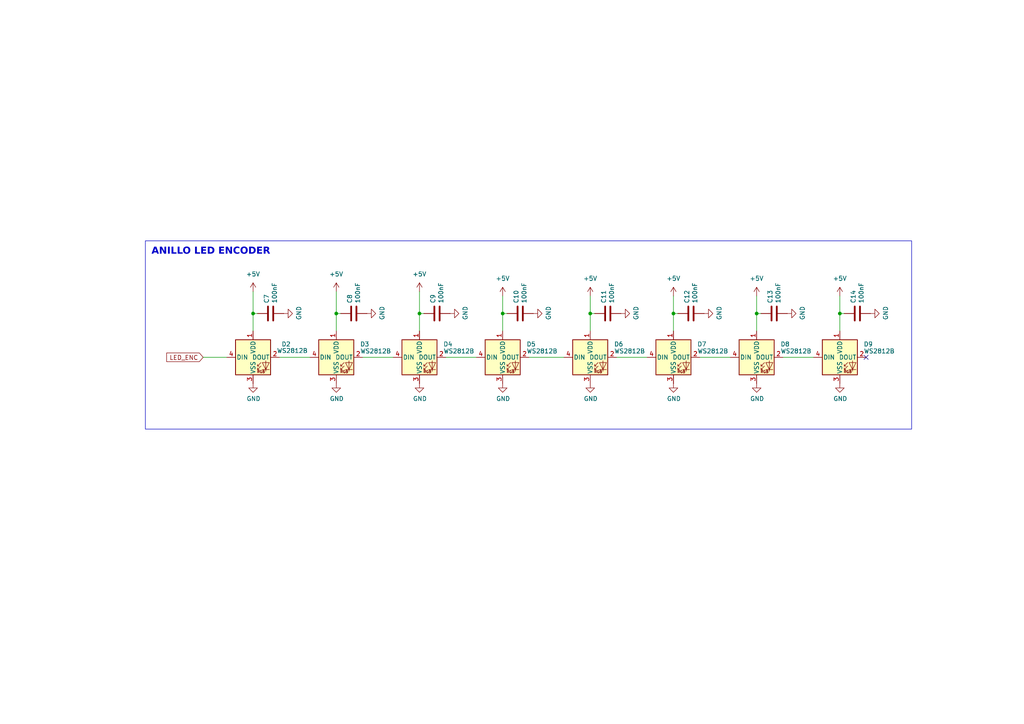
<source format=kicad_sch>
(kicad_sch (version 20230121) (generator eeschema)
  (paper "A4")
  (title_block (title "HOT-PLATE") (rev "1"))
  (lib_symbols
    (symbol "Device:C" (pin_numbers hide) (pin_names (offset 0.254))
      (property "Reference" "C" (at 0.635 2.54 0))
      (property "Value" "C" (at 0.635 -2.54 0))
      (symbol "C_0_1"
        (polyline (pts (xy -2.032 -0.762) (xy 2.032 -0.762)) (stroke (width 0.508)))
        (polyline (pts (xy -2.032 0.762) (xy 2.032 0.762)) (stroke (width 0.508)))
      )
      (symbol "C_1_1"
        (pin passive line (at 0 3.81 270) (length 2.794) (name "~") (number "1"))
        (pin passive line (at 0 -3.81 90) (length 2.794) (name "~") (number "2"))
      )
    )
    (symbol "LED:WS2812B" (pin_names (offset 0.254))
      (property "Reference" "D" (at 5.08 5.715 0))
      (property "Value" "WS2812B" (at 1.27 -5.715 0))
      (symbol "WS2812B_0_0"
        (text "RGB" (at 2.286 -4.191 0) (effects (font (size 0.762 0.762))))
      )
      (symbol "WS2812B_0_1"
        (polyline (pts (xy 1.27 -3.556) (xy 1.778 -3.556)))
        (polyline (pts (xy 1.27 -2.54) (xy 1.778 -2.54)))
        (polyline (pts (xy 4.699 -3.556) (xy 2.667 -3.556)))
        (polyline (pts (xy 2.286 -2.54) (xy 1.27 -3.556) (xy 1.27 -3.048)))
        (polyline (pts (xy 2.286 -1.524) (xy 1.27 -2.54) (xy 1.27 -2.032)))
        (polyline (pts (xy 3.683 -1.016) (xy 3.683 -3.556) (xy 3.683 -4.064)))
        (polyline (pts (xy 4.699 -1.524) (xy 2.667 -1.524) (xy 3.683 -3.556) (xy 4.699 -1.524)))
        (rectangle (start 5.08 5.08) (end -5.08 -5.08) (stroke (width 0.254)) (fill (type background)))
      )
      (symbol "WS2812B_1_1"
        (pin power_in line (at 0 7.62 270) (length 2.54) (name "VDD") (number "1"))
        (pin output line (at 7.62 0 180) (length 2.54) (name "DOUT") (number "2"))
        (pin power_in line (at 0 -7.62 90) (length 2.54) (name "VSS") (number "3"))
        (pin input line (at -7.62 0 0) (length 2.54) (name "DIN") (number "4"))
      )
    )
    (symbol "power:+5V" (power) (pin_names (offset 0))
      (property "Value" "+5V" (at 0 3.556 0))
      (symbol "+5V_0_1"
        (polyline (pts (xy -0.762 1.27) (xy 0 2.54)))
        (polyline (pts (xy 0 0) (xy 0 2.54)))
        (polyline (pts (xy 0 2.54) (xy 0.762 1.27)))
      )
      (symbol "+5V_1_1"
        (pin power_in line (at 0 0 90) (length 0) hide (name "+5V") (number "1"))
      )
    )
    (symbol "power:GND" (power) (pin_names (offset 0))
      (property "Value" "GND" (at 0 -3.81 0))
      (symbol "GND_0_1"
        (polyline (pts (xy 0 0) (xy 0 -1.27) (xy 1.27 -1.27) (xy 0 -2.54) (xy -1.27 -1.27) (xy 0 -1.27)))
      )
      (symbol "GND_1_1"
        (pin power_in line (at 0 0 270) (length 0) hide (name "GND") (number "1"))
      )
    )
  )
  (junction (at 121.666 90.932))
  (junction (at 145.796 90.932))
  (junction (at 195.326 90.932))
  (junction (at 73.406 90.932))
  (junction (at 97.536 90.932))
  (junction (at 243.586 90.932))
  (junction (at 219.456 90.932))
  (junction (at 171.196 90.932))
  (no_connect (at 251.206 103.632))
  (wire (pts (xy 145.796 96.012) (xy 145.796 90.932)))
  (wire (pts (xy 73.406 96.012) (xy 73.406 90.932)))
  (wire (pts (xy 129.286 103.632) (xy 138.176 103.632)))
  (wire (pts (xy 121.666 96.012) (xy 121.666 90.932)))
  (wire (pts (xy 243.586 96.012) (xy 243.586 90.932)))
  (wire (pts (xy 58.928 103.632) (xy 65.786 103.632)))
  (wire (pts (xy 171.196 90.932) (xy 172.466 90.932)))
  (wire (pts (xy 97.536 84.582) (xy 97.536 90.932)))
  (wire (pts (xy 81.026 103.632) (xy 89.916 103.632)))
  (wire (pts (xy 153.416 103.632) (xy 163.576 103.632)))
  (wire (pts (xy 195.326 96.012) (xy 195.326 90.932)))
  (wire (pts (xy 195.326 90.932) (xy 196.596 90.932)))
  (wire (pts (xy 219.456 85.852) (xy 219.456 90.932)))
  (wire (pts (xy 171.196 96.012) (xy 171.196 90.932)))
  (wire (pts (xy 145.796 85.852) (xy 145.796 90.932)))
  (wire (pts (xy 243.586 85.852) (xy 243.586 90.932)))
  (wire (pts (xy 227.076 103.632) (xy 235.966 103.632)))
  (wire (pts (xy 219.456 96.012) (xy 219.456 90.932)))
  (wire (pts (xy 105.156 103.632) (xy 114.046 103.632)))
  (wire (pts (xy 202.946 103.632) (xy 211.836 103.632)))
  (wire (pts (xy 243.586 90.932) (xy 244.856 90.932)))
  (wire (pts (xy 97.536 96.012) (xy 97.536 90.932)))
  (wire (pts (xy 195.326 85.852) (xy 195.326 90.932)))
  (wire (pts (xy 145.796 90.932) (xy 147.066 90.932)))
  (wire (pts (xy 97.536 90.932) (xy 98.806 90.932)))
  (wire (pts (xy 73.406 84.582) (xy 73.406 90.932)))
  (wire (pts (xy 121.666 90.932) (xy 122.936 90.932)))
  (wire (pts (xy 171.196 85.852) (xy 171.196 90.932)))
  (wire (pts (xy 178.816 103.632) (xy 187.706 103.632)))
  (wire (pts (xy 73.406 90.932) (xy 74.676 90.932)))
  (wire (pts (xy 121.666 84.582) (xy 121.666 90.932)))
  (wire (pts (xy 219.456 90.932) (xy 220.726 90.932)))
  (rectangle (start 42.164 69.85) (end 264.414 124.46))
  (text "ANILLO LED ENCODER\n" (at 43.942 74.676 0) (effects (font (size 2 2) (thickness 0.4) bold) (justify left bottom)))
  (global_label "LED_ENC" (shape input) (at 58.928 103.632 180) (property "Intersheetrefs" "${INTERSHEET_REFS}" (effects hide)))
  (symbol (lib_id "power:GND") (at 228.346 90.932 90) (unit 1)
    (property "Reference" "#PWR0165" (effects hide))
    (property "Value" "GND" (at 232.7402 90.805 0))
    (instances (project "Hot-Plate-DV2819" (path "" (reference "#PWR0165") (unit 1))) (project "Hot_plate" (path "" (reference "#PWR066") (unit 1)) (path "" (reference "#PWR059") (unit 1))))
  )
  (symbol (lib_id "power:+5V") (at 73.406 84.582 0) (unit 1)
    (property "Reference" "#PWR0147" (effects hide))
    (property "Value" "+5V" (at 73.406 79.502 0))
    (instances (project "Hot-Plate-DV2819" (path "" (reference "#PWR0147") (unit 1))) (project "Hot_plate" (path "" (reference "#PWR038") (unit 1)) (path "" (reference "#PWR038") (unit 1))))
  )
  (symbol (lib_id "power:GND") (at 219.456 111.252 0) (unit 1)
    (property "Reference" "#PWR0170" (effects hide))
    (property "Value" "GND" (at 219.583 115.6462 0))
    (instances (project "Hot-Plate-DV2819" (path "" (reference "#PWR0170") (unit 1))) (project "Hot_plate" (path "" (reference "#PWR065") (unit 1)) (path "" (reference "#PWR068") (unit 1))))
  )
  (symbol (lib_id "power:GND") (at 130.556 90.932 90) (unit 1)
    (property "Reference" "#PWR0138" (effects hide))
    (property "Value" "GND" (at 134.9502 90.805 0))
    (instances (project "Hot-Plate-DV2819" (path "" (reference "#PWR0138") (unit 1))) (project "Hot_plate" (path "" (reference "#PWR046") (unit 1)) (path "" (reference "#PWR052") (unit 1))))
  )
  (symbol (lib_id "LED:WS2812B") (at 195.326 103.632 0) (unit 1)
    (property "Reference" "D7" (at 203.581 99.822 0))
    (property "Value" "WS2812B" (at 206.756 101.8413 0))
    (property "Footprint" "LED_SMD:LED_WS2812B_PLCC4_5.0x5.0mm_P3.2mm" (effects hide))
    (property "Datasheet" "https://cdn-shop.adafruit.com/datasheets/WS2812B.pdf" (effects hide))
  )
  (symbol (lib_id "Device:C") (at 150.876 90.932 90) (unit 1)
    (property "Reference" "C10" (at 149.7076 88.011 0) (effects (justify left)))
    (property "Value" "100nF" (at 152.019 88.011 0) (effects (justify left)))
    (property "Footprint" "Capacitor_SMD:C_0603_1608Metric_Pad1.08x0.95mm_HandSolder" (effects hide))
    (instances (project "Hot-Plate-DV2819" (path "" (reference "C10") (unit 1))) (project "Hot_plate" (path "" (reference "C14") (unit 1)) (path "" (reference "C14") (unit 1))))
  )
  (symbol (lib_id "power:+5V") (at 219.456 85.852 0) (unit 1)
    (property "Reference" "#PWR0169" (effects hide))
    (property "Value" "+5V" (at 219.456 80.772 0))
    (instances (project "Hot-Plate-DV2819" (path "" (reference "#PWR0169") (unit 1))) (project "Hot_plate" (path "" (reference "#PWR064") (unit 1)) (path "" (reference "#PWR044") (unit 1))))
  )
  (symbol (lib_id "LED:WS2812B") (at 145.796 103.632 0) (unit 1)
    (property "Reference" "D5" (at 154.051 99.822 0))
    (property "Value" "WS2812B" (at 157.226 101.8413 0))
    (property "Footprint" "LED_SMD:LED_WS2812B_PLCC4_5.0x5.0mm_P3.2mm" (effects hide))
    (property "Datasheet" "https://cdn-shop.adafruit.com/datasheets/WS2812B.pdf" (effects hide))
  )
  (symbol (lib_id "power:+5V") (at 121.666 84.582 0) (unit 1)
    (property "Reference" "#PWR0139" (effects hide))
    (property "Value" "+5V" (at 121.666 79.502 0))
    (instances (project "Hot-Plate-DV2819" (path "" (reference "#PWR0139") (unit 1))) (project "Hot_plate" (path "" (reference "#PWR044") (unit 1)) (path "" (reference "#PWR040") (unit 1))))
  )
  (symbol (lib_id "Device:C") (at 224.536 90.932 90) (unit 1)
    (property "Reference" "C13" (at 223.3676 88.011 0) (effects (justify left)))
    (property "Value" "100nF" (at 225.679 88.011 0) (effects (justify left)))
    (property "Footprint" "Capacitor_SMD:C_0603_1608Metric_Pad1.08x0.95mm_HandSolder" (effects hide))
    (instances (project "Hot-Plate-DV2819" (path "" (reference "C13") (unit 1))) (project "Hot_plate" (path "" (reference "C18") (unit 1)) (path "" (reference "C18") (unit 1))))
  )
  (symbol (lib_id "LED:WS2812B") (at 219.456 103.632 0) (unit 1)
    (property "Reference" "D8" (at 227.711 99.822 0))
    (property "Value" "WS2812B" (at 230.886 101.8413 0))
    (property "Footprint" "LED_SMD:LED_WS2812B_PLCC4_5.0x5.0mm_P3.2mm" (effects hide))
    (property "Datasheet" "https://cdn-shop.adafruit.com/datasheets/WS2812B.pdf" (effects hide))
  )
  (symbol (lib_id "power:+5V") (at 97.536 84.582 0) (unit 1)
    (property "Reference" "#PWR0143" (effects hide))
    (property "Value" "+5V" (at 97.536 79.502 0))
    (instances (project "Hot-Plate-DV2819" (path "" (reference "#PWR0143") (unit 1))) (project "Hot_plate" (path "" (reference "#PWR041") (unit 1)) (path "" (reference "#PWR039") (unit 1))))
  )
  (symbol (lib_id "LED:WS2812B") (at 121.666 103.632 0) (unit 1)
    (property "Reference" "D4" (at 129.921 99.822 0))
    (property "Value" "WS2812B" (at 133.096 101.8413 0))
    (property "Footprint" "LED_SMD:LED_WS2812B_PLCC4_5.0x5.0mm_P3.2mm" (effects hide))
    (property "Datasheet" "https://cdn-shop.adafruit.com/datasheets/WS2812B.pdf" (effects hide))
  )
  (symbol (lib_id "power:+5V") (at 145.796 85.852 0) (unit 1)
    (property "Reference" "#PWR0135" (effects hide))
    (property "Value" "+5V" (at 145.796 80.772 0))
    (instances (project "Hot-Plate-DV2819" (path "" (reference "#PWR0135") (unit 1))) (project "Hot_plate" (path "" (reference "#PWR051") (unit 1)) (path "" (reference "#PWR041") (unit 1))))
  )
  (symbol (lib_id "power:GND") (at 252.476 90.932 90) (unit 1)
    (property "Reference" "#PWR0167" (effects hide))
    (property "Value" "GND" (at 256.8702 90.805 0))
    (instances (project "Hot-Plate-DV2819" (path "" (reference "#PWR0167") (unit 1))) (project "Hot_plate" (path "" (reference "#PWR069") (unit 1)) (path "" (reference "#PWR061") (unit 1))))
  )
  (symbol (lib_id "power:+5V") (at 243.586 85.852 0) (unit 1)
    (property "Reference" "#PWR0166" (effects hide))
    (property "Value" "+5V" (at 243.586 80.772 0))
    (instances (project "Hot-Plate-DV2819" (path "" (reference "#PWR0166") (unit 1))) (project "Hot_plate" (path "" (reference "#PWR067") (unit 1)) (path "" (reference "#PWR045") (unit 1))))
  )
  (symbol (lib_id "power:GND") (at 121.666 111.252 0) (unit 1)
    (property "Reference" "#PWR0133" (effects hide))
    (property "Value" "GND" (at 121.793 115.6462 0))
    (instances (project "Hot-Plate-DV2819" (path "" (reference "#PWR0133") (unit 1))) (project "Hot_plate" (path "" (reference "#PWR045") (unit 1)) (path "" (reference "#PWR064") (unit 1))))
  )
  (symbol (lib_id "power:GND") (at 145.796 111.252 0) (unit 1)
    (property "Reference" "#PWR0136" (effects hide))
    (property "Value" "GND" (at 145.923 115.6462 0))
    (instances (project "Hot-Plate-DV2819" (path "" (reference "#PWR0136") (unit 1))) (project "Hot_plate" (path "" (reference "#PWR052") (unit 1)) (path "" (reference "#PWR065") (unit 1))))
  )
  (symbol (lib_id "power:GND") (at 180.086 90.932 90) (unit 1)
    (property "Reference" "#PWR0141" (effects hide))
    (property "Value" "GND" (at 184.4802 90.805 0))
    (instances (project "Hot-Plate-DV2819" (path "" (reference "#PWR0141") (unit 1))) (project "Hot_plate" (path "" (reference "#PWR059") (unit 1)) (path "" (reference "#PWR056") (unit 1))))
  )
  (symbol (lib_id "Device:C") (at 102.616 90.932 90) (unit 1)
    (property "Reference" "C8" (at 101.4476 88.011 0) (effects (justify left)))
    (property "Value" "100nF" (at 103.759 88.011 0) (effects (justify left)))
    (property "Footprint" "Capacitor_SMD:C_0603_1608Metric_Pad1.08x0.95mm_HandSolder" (effects hide))
    (instances (project "Hot-Plate-DV2819" (path "" (reference "C8") (unit 1))) (project "Hot_plate" (path "" (reference "C10") (unit 1)) (path "" (reference "C10") (unit 1))))
  )
  (symbol (lib_id "LED:WS2812B") (at 243.586 103.632 0) (unit 1)
    (property "Reference" "D9" (at 251.841 99.822 0))
    (property "Value" "WS2812B" (at 255.016 101.8413 0))
    (property "Footprint" "LED_SMD:LED_WS2812B_PLCC4_5.0x5.0mm_P3.2mm" (effects hide))
    (property "Datasheet" "https://cdn-shop.adafruit.com/datasheets/WS2812B.pdf" (effects hide))
  )
  (symbol (lib_id "Device:C") (at 78.486 90.932 90) (unit 1)
    (property "Reference" "C7" (at 77.3176 88.011 0) (effects (justify left)))
    (property "Value" "100nF" (at 79.629 88.011 0) (effects (justify left)))
    (property "Footprint" "Capacitor_SMD:C_0603_1608Metric_Pad1.08x0.95mm_HandSolder" (effects hide))
    (instances (project "Hot-Plate-DV2819" (path "" (reference "C7") (unit 1))) (project "Hot_plate" (path "" (reference "C9") (unit 1)) (path "" (reference "C9") (unit 1))))
  )
  (symbol (lib_id "power:GND") (at 73.406 111.252 0) (unit 1)
    (property "Reference" "#PWR0142" (effects hide))
    (property "Value" "GND" (at 73.533 115.6462 0))
    (instances (project "Hot-Plate-DV2819" (path "" (reference "#PWR0142") (unit 1))) (project "Hot_plate" (path "" (reference "#PWR039") (unit 1)) (path "" (reference "#PWR062") (unit 1))))
  )
  (symbol (lib_id "power:GND") (at 243.586 111.252 0) (unit 1)
    (property "Reference" "#PWR0171" (effects hide))
    (property "Value" "GND" (at 243.713 115.6462 0))
    (instances (project "Hot-Plate-DV2819" (path "" (reference "#PWR0171") (unit 1))) (project "Hot_plate" (path "" (reference "#PWR068") (unit 1)) (path "" (reference "#PWR069") (unit 1))))
  )
  (symbol (lib_id "Device:C") (at 126.746 90.932 90) (unit 1)
    (property "Reference" "C9" (at 125.5776 88.011 0) (effects (justify left)))
    (property "Value" "100nF" (at 127.889 88.011 0) (effects (justify left)))
    (property "Footprint" "Capacitor_SMD:C_0603_1608Metric_Pad1.08x0.95mm_HandSolder" (effects hide))
    (instances (project "Hot-Plate-DV2819" (path "" (reference "C9") (unit 1))) (project "Hot_plate" (path "" (reference "C11") (unit 1)) (path "" (reference "C11") (unit 1))))
  )
  (symbol (lib_id "power:GND") (at 106.426 90.932 90) (unit 1)
    (property "Reference" "#PWR0144" (effects hide))
    (property "Value" "GND" (at 110.8202 90.805 0))
    (instances (project "Hot-Plate-DV2819" (path "" (reference "#PWR0144") (unit 1))) (project "Hot_plate" (path "" (reference "#PWR043") (unit 1)) (path "" (reference "#PWR051") (unit 1))))
  )
  (symbol (lib_id "power:GND") (at 171.196 111.252 0) (unit 1)
    (property "Reference" "#PWR0137" (effects hide))
    (property "Value" "GND" (at 171.323 115.6462 0))
    (instances (project "Hot-Plate-DV2819" (path "" (reference "#PWR0137") (unit 1))) (project "Hot_plate" (path "" (reference "#PWR057") (unit 1)) (path "" (reference "#PWR066") (unit 1))))
  )
  (symbol (lib_id "LED:WS2812B") (at 73.406 103.632 0) (unit 1)
    (property "Reference" "D2" (at 84.328 99.822 0) (effects (justify right)))
    (property "Value" "WS2812B" (at 89.281 101.727 0) (effects (justify right)))
    (property "Footprint" "LED_SMD:LED_WS2812B_PLCC4_5.0x5.0mm_P3.2mm" (effects hide))
    (property "Datasheet" "https://cdn-shop.adafruit.com/datasheets/WS2812B.pdf" (effects hide))
  )
  (symbol (lib_id "Device:C") (at 248.666 90.932 90) (unit 1)
    (property "Reference" "C14" (at 247.4976 88.011 0) (effects (justify left)))
    (property "Value" "100nF" (at 249.809 88.011 0) (effects (justify left)))
    (property "Footprint" "Capacitor_SMD:C_0603_1608Metric_Pad1.08x0.95mm_HandSolder" (effects hide))
    (instances (project "Hot-Plate-DV2819" (path "" (reference "C14") (unit 1))) (project "Hot_plate" (path "" (reference "C19") (unit 1)) (path "" (reference "C19") (unit 1))))
  )
  (symbol (lib_id "LED:WS2812B") (at 97.536 103.632 0) (unit 1)
    (property "Reference" "D3" (at 105.791 99.822 0))
    (property "Value" "WS2812B" (at 108.966 101.8413 0))
    (property "Footprint" "LED_SMD:LED_WS2812B_PLCC4_5.0x5.0mm_P3.2mm" (effects hide))
    (property "Datasheet" "https://cdn-shop.adafruit.com/datasheets/WS2812B.pdf" (effects hide))
  )
  (symbol (lib_id "Device:C") (at 176.276 90.932 90) (unit 1)
    (property "Reference" "C11" (at 175.1076 88.011 0) (effects (justify left)))
    (property "Value" "100nF" (at 177.419 88.011 0) (effects (justify left)))
    (property "Footprint" "Capacitor_SMD:C_0603_1608Metric_Pad1.08x0.95mm_HandSolder" (effects hide))
    (instances (project "Hot-Plate-DV2819" (path "" (reference "C11") (unit 1))) (project "Hot_plate" (path "" (reference "C16") (unit 1)) (path "" (reference "C16") (unit 1))))
  )
  (symbol (lib_id "power:+5V") (at 195.326 85.852 0) (unit 1)
    (property "Reference" "#PWR0163" (effects hide))
    (property "Value" "+5V" (at 195.326 80.772 0))
    (instances (project "Hot-Plate-DV2819" (path "" (reference "#PWR0163") (unit 1))) (project "Hot_plate" (path "" (reference "#PWR061") (unit 1)) (path "" (reference "#PWR043") (unit 1))))
  )
  (symbol (lib_id "LED:WS2812B") (at 171.196 103.632 0) (unit 1)
    (property "Reference" "D6" (at 179.451 99.822 0))
    (property "Value" "WS2812B" (at 182.626 101.8413 0))
    (property "Footprint" "LED_SMD:LED_WS2812B_PLCC4_5.0x5.0mm_P3.2mm" (effects hide))
    (property "Datasheet" "https://cdn-shop.adafruit.com/datasheets/WS2812B.pdf" (effects hide))
  )
  (symbol (lib_id "Device:C") (at 200.406 90.932 90) (unit 1)
    (property "Reference" "C12" (at 199.2376 88.011 0) (effects (justify left)))
    (property "Value" "100nF" (at 201.549 88.011 0) (effects (justify left)))
    (property "Footprint" "Capacitor_SMD:C_0603_1608Metric_Pad1.08x0.95mm_HandSolder" (effects hide))
    (instances (project "Hot-Plate-DV2819" (path "" (reference "C12") (unit 1))) (project "Hot_plate" (path "" (reference "C17") (unit 1)) (path "" (reference "C17") (unit 1))))
  )
  (symbol (lib_id "power:GND") (at 82.296 90.932 90) (unit 1)
    (property "Reference" "#PWR0146" (effects hide))
    (property "Value" "GND" (at 86.6902 90.805 0))
    (instances (project "Hot-Plate-DV2819" (path "" (reference "#PWR0146") (unit 1))) (project "Hot_plate" (path "" (reference "#PWR040") (unit 1)) (path "" (reference "#PWR046") (unit 1))))
  )
  (symbol (lib_id "power:GND") (at 154.686 90.932 90) (unit 1)
    (property "Reference" "#PWR0134" (effects hide))
    (property "Value" "GND" (at 159.0802 90.805 0))
    (instances (project "Hot-Plate-DV2819" (path "" (reference "#PWR0134") (unit 1))) (project "Hot_plate" (path "" (reference "#PWR053") (unit 1)) (path "" (reference "#PWR053") (unit 1))))
  )
  (symbol (lib_id "power:GND") (at 204.216 90.932 90) (unit 1)
    (property "Reference" "#PWR0168" (effects hide))
    (property "Value" "GND" (at 208.6102 90.805 0))
    (instances (project "Hot-Plate-DV2819" (path "" (reference "#PWR0168") (unit 1))) (project "Hot_plate" (path "" (reference "#PWR063") (unit 1)) (path "" (reference "#PWR057") (unit 1))))
  )
  (symbol (lib_id "power:GND") (at 195.326 111.252 0) (unit 1)
    (property "Reference" "#PWR0164" (effects hide))
    (property "Value" "GND" (at 195.453 115.6462 0))
    (instances (project "Hot-Plate-DV2819" (path "" (reference "#PWR0164") (unit 1))) (project "Hot_plate" (path "" (reference "#PWR062") (unit 1)) (path "" (reference "#PWR067") (unit 1))))
  )
  (symbol (lib_id "power:+5V") (at 171.196 85.852 0) (unit 1)
    (property "Reference" "#PWR0140" (effects hide))
    (property "Value" "+5V" (at 171.196 80.772 0))
    (instances (project "Hot-Plate-DV2819" (path "" (reference "#PWR0140") (unit 1))) (project "Hot_plate" (path "" (reference "#PWR056") (unit 1)) (path "" (reference "#PWR042") (unit 1))))
  )
  (symbol (lib_id "power:GND") (at 97.536 111.252 0) (unit 1)
    (property "Reference" "#PWR0145" (effects hide))
    (property "Value" "GND" (at 97.663 115.6462 0))
    (instances (project "Hot-Plate-DV2819" (path "" (reference "#PWR0145") (unit 1))) (project "Hot_plate" (path "" (reference "#PWR042") (unit 1)) (path "" (reference "#PWR063") (unit 1))))
  )
)
</source>
